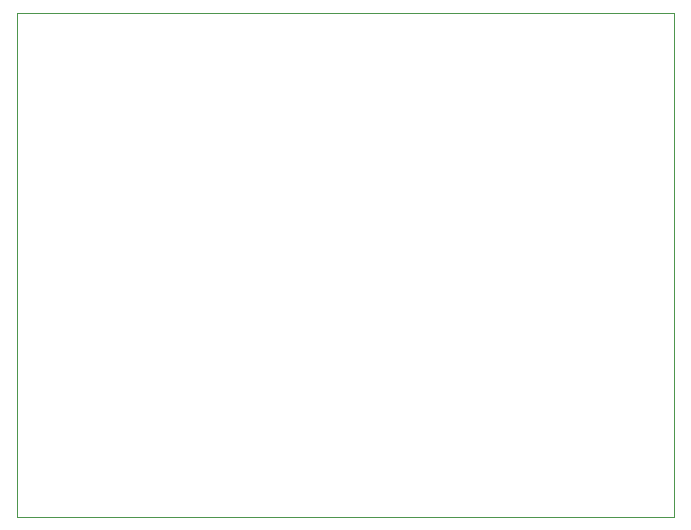
<source format=gm1>
G04 #@! TF.GenerationSoftware,KiCad,Pcbnew,6.0.9-8da3e8f707~116~ubuntu22.04.1*
G04 #@! TF.CreationDate,2022-12-04T14:58:14+01:00*
G04 #@! TF.ProjectId,24V_board,3234565f-626f-4617-9264-2e6b69636164,rev?*
G04 #@! TF.SameCoordinates,Original*
G04 #@! TF.FileFunction,Profile,NP*
%FSLAX46Y46*%
G04 Gerber Fmt 4.6, Leading zero omitted, Abs format (unit mm)*
G04 Created by KiCad (PCBNEW 6.0.9-8da3e8f707~116~ubuntu22.04.1) date 2022-12-04 14:58:14*
%MOMM*%
%LPD*%
G01*
G04 APERTURE LIST*
G04 #@! TA.AperFunction,Profile*
%ADD10C,0.100000*%
G04 #@! TD*
G04 APERTURE END LIST*
D10*
X190500000Y-25654000D02*
X134874000Y-25654000D01*
X134874000Y-25654000D02*
X134874000Y-68326000D01*
X134874000Y-68326000D02*
X190500000Y-68326000D01*
X190500000Y-68326000D02*
X190500000Y-25654000D01*
M02*

</source>
